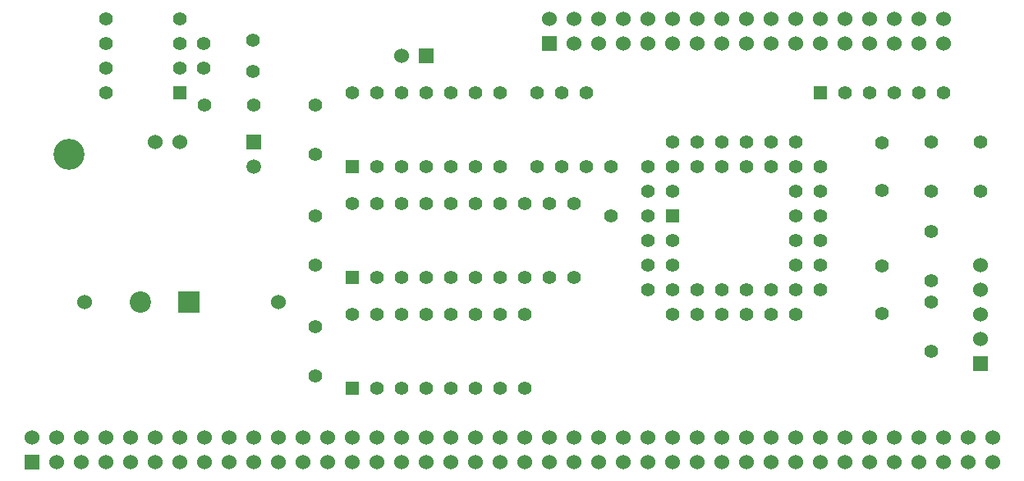
<source format=gbr>
G04 #@! TF.GenerationSoftware,KiCad,Pcbnew,(6.0.2)*
G04 #@! TF.CreationDate,2023-09-27T10:31:06-07:00*
G04 #@! TF.ProjectId,Z80-FDC-V2,5a38302d-4644-4432-9d56-322e6b696361,2.0*
G04 #@! TF.SameCoordinates,Original*
G04 #@! TF.FileFunction,Soldermask,Top*
G04 #@! TF.FilePolarity,Negative*
%FSLAX46Y46*%
G04 Gerber Fmt 4.6, Leading zero omitted, Abs format (unit mm)*
G04 Created by KiCad (PCBNEW (6.0.2)) date 2023-09-27 10:31:06*
%MOMM*%
%LPD*%
G01*
G04 APERTURE LIST*
%ADD10R,1.397000X1.397000*%
%ADD11C,1.397000*%
%ADD12C,1.524000*%
%ADD13R,1.524000X1.524000*%
%ADD14C,3.200000*%
%ADD15R,1.490980X1.490980*%
%ADD16C,1.490980*%
%ADD17R,2.200000X2.200000*%
%ADD18C,2.200000*%
G04 APERTURE END LIST*
D10*
X193040000Y-101600000D03*
D11*
X190500000Y-104140000D03*
X193040000Y-104140000D03*
X190500000Y-106680000D03*
X193040000Y-106680000D03*
X190500000Y-109220000D03*
X193040000Y-111760000D03*
X193040000Y-109220000D03*
X195580000Y-111760000D03*
X195580000Y-109220000D03*
X198120000Y-111760000D03*
X198120000Y-109220000D03*
X200660000Y-111760000D03*
X200660000Y-109220000D03*
X203200000Y-111760000D03*
X203200000Y-109220000D03*
X205740000Y-111760000D03*
X208280000Y-109220000D03*
X205740000Y-109220000D03*
X208280000Y-106680000D03*
X205740000Y-106680000D03*
X208280000Y-104140000D03*
X205740000Y-104140000D03*
X208280000Y-101600000D03*
X205740000Y-101600000D03*
X208280000Y-99060000D03*
X205740000Y-99060000D03*
X208280000Y-96520000D03*
X205740000Y-93980000D03*
X205740000Y-96520000D03*
X203200000Y-93980000D03*
X203200000Y-96520000D03*
X200660000Y-93980000D03*
X200660000Y-96520000D03*
X198120000Y-93980000D03*
X198120000Y-96520000D03*
X195580000Y-93980000D03*
X195580000Y-96520000D03*
X193040000Y-93980000D03*
X190500000Y-96520000D03*
X193040000Y-96520000D03*
X190500000Y-99060000D03*
X193040000Y-99060000D03*
X190500000Y-101600000D03*
D12*
X224790000Y-106680000D03*
X224790000Y-109220000D03*
X224790000Y-111760000D03*
X224790000Y-114300000D03*
D13*
X224790000Y-116840000D03*
D11*
X214630000Y-94079060D03*
X214630000Y-98960940D03*
D12*
X226060000Y-124460000D03*
X223520000Y-124460000D03*
X220980000Y-124460000D03*
X218440000Y-124460000D03*
X215900000Y-124460000D03*
X213360000Y-124460000D03*
X210820000Y-124460000D03*
X208280000Y-124460000D03*
X205740000Y-124460000D03*
X203200000Y-124460000D03*
X200660000Y-124460000D03*
X198120000Y-124460000D03*
X195580000Y-124460000D03*
X193040000Y-124460000D03*
X190500000Y-124460000D03*
X187960000Y-124460000D03*
X185420000Y-124460000D03*
X182880000Y-124460000D03*
X180340000Y-124460000D03*
X177800000Y-124460000D03*
X175260000Y-124460000D03*
X172720000Y-124460000D03*
X170180000Y-124460000D03*
X167640000Y-124460000D03*
X165100000Y-124460000D03*
X162560000Y-124460000D03*
X160020000Y-124460000D03*
X157480000Y-124460000D03*
X154940000Y-124460000D03*
X152400000Y-124460000D03*
X149860000Y-124460000D03*
X147320000Y-124460000D03*
X144780000Y-124460000D03*
X142240000Y-124460000D03*
X139700000Y-124460000D03*
X137160000Y-124460000D03*
X134620000Y-124460000D03*
X132080000Y-124460000D03*
X129540000Y-124460000D03*
X127000000Y-124460000D03*
X226060000Y-127000000D03*
X223520000Y-127000000D03*
X220980000Y-127000000D03*
X218440000Y-127000000D03*
X215900000Y-127000000D03*
X213360000Y-127000000D03*
X210820000Y-127000000D03*
X208280000Y-127000000D03*
X205740000Y-127000000D03*
X203200000Y-127000000D03*
X200660000Y-127000000D03*
X198120000Y-127000000D03*
X195580000Y-127000000D03*
X193040000Y-127000000D03*
X190500000Y-127000000D03*
X187960000Y-127000000D03*
X185420000Y-127000000D03*
X182880000Y-127000000D03*
X180340000Y-127000000D03*
X177800000Y-127000000D03*
X175260000Y-127000000D03*
X172720000Y-127000000D03*
X170180000Y-127000000D03*
X167640000Y-127000000D03*
X165100000Y-127000000D03*
X162560000Y-127000000D03*
X160020000Y-127000000D03*
X157480000Y-127000000D03*
X154940000Y-127000000D03*
X152400000Y-127000000D03*
X149860000Y-127000000D03*
X147320000Y-127000000D03*
X144780000Y-127000000D03*
X142240000Y-127000000D03*
X139700000Y-127000000D03*
X137160000Y-127000000D03*
X134620000Y-127000000D03*
X132080000Y-127000000D03*
X129540000Y-127000000D03*
D13*
X127000000Y-127000000D03*
D14*
X130810000Y-95250000D03*
D11*
X186690000Y-101600000D03*
X186690000Y-96520000D03*
X156210000Y-118110000D03*
X156210000Y-113030000D03*
D13*
X167640000Y-85090000D03*
D12*
X165100000Y-85090000D03*
D11*
X156210000Y-101600000D03*
X156210000Y-106680000D03*
X144780000Y-90170000D03*
X149860000Y-90170000D03*
X156210000Y-90170000D03*
X156210000Y-95250000D03*
X224790000Y-93980000D03*
X219710000Y-93980000D03*
D15*
X149860000Y-94000000D03*
D16*
X149860000Y-96500000D03*
D10*
X160020000Y-107950000D03*
D11*
X162560000Y-107950000D03*
X165100000Y-107950000D03*
X167640000Y-107950000D03*
X170180000Y-107950000D03*
X172720000Y-107950000D03*
X175260000Y-107950000D03*
X177800000Y-107950000D03*
X180340000Y-107950000D03*
X182880000Y-107950000D03*
X182880000Y-100330000D03*
X180340000Y-100330000D03*
X177800000Y-100330000D03*
X175260000Y-100330000D03*
X172720000Y-100330000D03*
X170180000Y-100330000D03*
X167640000Y-100330000D03*
X165100000Y-100330000D03*
X162560000Y-100330000D03*
X160020000Y-100330000D03*
D12*
X152430480Y-110490000D03*
X132430520Y-110490000D03*
D11*
X149771316Y-83510000D03*
X149771316Y-86685000D03*
X144691316Y-83827500D03*
X144691316Y-86367500D03*
X181610000Y-88900000D03*
X181610000Y-96520000D03*
X160020000Y-88900000D03*
X162560000Y-88900000D03*
X165100000Y-88900000D03*
X167640000Y-88900000D03*
X170180000Y-88900000D03*
X172720000Y-88900000D03*
X175260000Y-88900000D03*
X175260000Y-96520000D03*
X172720000Y-96520000D03*
X170180000Y-96520000D03*
X167640000Y-96520000D03*
X165100000Y-96520000D03*
X162560000Y-96520000D03*
D10*
X160020000Y-96520000D03*
D11*
X219710000Y-115570000D03*
X219710000Y-110490000D03*
X179070000Y-96520000D03*
X179070000Y-88900000D03*
D10*
X142240000Y-88900000D03*
D11*
X142240000Y-86360000D03*
X142240000Y-83820000D03*
X142240000Y-81280000D03*
X134620000Y-81280000D03*
X134620000Y-83820000D03*
X134620000Y-86360000D03*
X134620000Y-88900000D03*
D10*
X208280000Y-88900000D03*
D11*
X210820000Y-88900000D03*
X213360000Y-88900000D03*
X215900000Y-88900000D03*
X218440000Y-88900000D03*
X220980000Y-88900000D03*
X214630000Y-106779060D03*
X214630000Y-111660940D03*
D17*
X143179730Y-110490000D03*
D18*
X138179730Y-110490000D03*
D11*
X160020000Y-111760000D03*
X162560000Y-111760000D03*
X165100000Y-111760000D03*
X167640000Y-111760000D03*
X170180000Y-111760000D03*
X172720000Y-111760000D03*
X175260000Y-111760000D03*
X177800000Y-111760000D03*
X177800000Y-119380000D03*
X175260000Y-119380000D03*
X172720000Y-119380000D03*
X170180000Y-119380000D03*
X167640000Y-119380000D03*
X165100000Y-119380000D03*
X162560000Y-119380000D03*
D10*
X160020000Y-119380000D03*
D11*
X184150000Y-88900000D03*
X184150000Y-96520000D03*
D13*
X180340000Y-83820000D03*
D12*
X180340000Y-81280000D03*
X182880000Y-83820000D03*
X182880000Y-81280000D03*
X185420000Y-83820000D03*
X185420000Y-81280000D03*
X187960000Y-83820000D03*
X187960000Y-81280000D03*
X190500000Y-83820000D03*
X190500000Y-81280000D03*
X193040000Y-83820000D03*
X193040000Y-81280000D03*
X195580000Y-83820000D03*
X195580000Y-81280000D03*
X198120000Y-83820000D03*
X198120000Y-81280000D03*
X200660000Y-83820000D03*
X200660000Y-81280000D03*
X203200000Y-83820000D03*
X203200000Y-81280000D03*
X205740000Y-83820000D03*
X205740000Y-81280000D03*
X208280000Y-83820000D03*
X208280000Y-81280000D03*
X210820000Y-83820000D03*
X210820000Y-81280000D03*
X213360000Y-83820000D03*
X213360000Y-81280000D03*
X215900000Y-83820000D03*
X215900000Y-81280000D03*
X218440000Y-83820000D03*
X218440000Y-81280000D03*
X220980000Y-83820000D03*
X220980000Y-81280000D03*
D11*
X219710000Y-103187500D03*
X219710000Y-108267500D03*
X219710000Y-99060000D03*
X224790000Y-99060000D03*
D12*
X139700000Y-93980000D03*
X142240000Y-93980000D03*
M02*

</source>
